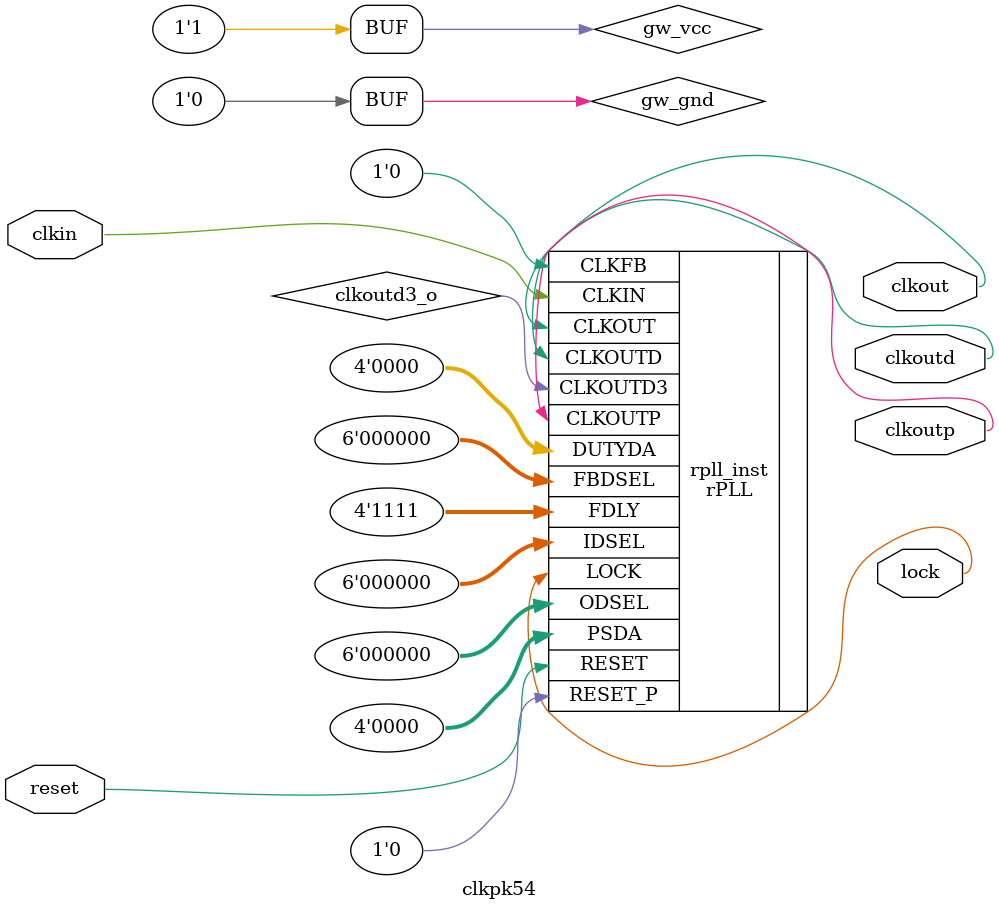
<source format=v>

module clkpk54 (clkout, lock, clkoutp, clkoutd, reset, clkin);

output clkout;
output lock;
output clkoutp;
output clkoutd;
input reset;
input clkin;

wire clkoutd3_o;
wire gw_vcc;
wire gw_gnd;

assign gw_vcc = 1'b1;
assign gw_gnd = 1'b0;

rPLL rpll_inst (
    .CLKOUT(clkout),
    .LOCK(lock),
    .CLKOUTP(clkoutp),
    .CLKOUTD(clkoutd),
    .CLKOUTD3(clkoutd3_o),
    .RESET(reset),
    .RESET_P(gw_gnd),
    .CLKIN(clkin),
    .CLKFB(gw_gnd),
    .FBDSEL({gw_gnd,gw_gnd,gw_gnd,gw_gnd,gw_gnd,gw_gnd}),
    .IDSEL({gw_gnd,gw_gnd,gw_gnd,gw_gnd,gw_gnd,gw_gnd}),
    .ODSEL({gw_gnd,gw_gnd,gw_gnd,gw_gnd,gw_gnd,gw_gnd}),
    .PSDA({gw_gnd,gw_gnd,gw_gnd,gw_gnd}),
    .DUTYDA({gw_gnd,gw_gnd,gw_gnd,gw_gnd}),
    .FDLY({gw_vcc,gw_vcc,gw_vcc,gw_vcc})
);

defparam rpll_inst.FCLKIN = "27";
defparam rpll_inst.DYN_IDIV_SEL = "false";
defparam rpll_inst.IDIV_SEL = 0;
defparam rpll_inst.DYN_FBDIV_SEL = "false";
defparam rpll_inst.FBDIV_SEL = 1;
defparam rpll_inst.DYN_ODIV_SEL = "false";
defparam rpll_inst.ODIV_SEL = 16;
defparam rpll_inst.PSDA_SEL = "1000";
defparam rpll_inst.DYN_DA_EN = "false";
defparam rpll_inst.DUTYDA_SEL = "1000";
defparam rpll_inst.CLKOUT_FT_DIR = 1'b1;
defparam rpll_inst.CLKOUTP_FT_DIR = 1'b1;
defparam rpll_inst.CLKOUT_DLY_STEP = 0;
defparam rpll_inst.CLKOUTP_DLY_STEP = 0;
defparam rpll_inst.CLKFB_SEL = "internal";
defparam rpll_inst.CLKOUT_BYPASS = "false";
defparam rpll_inst.CLKOUTP_BYPASS = "false";
defparam rpll_inst.CLKOUTD_BYPASS = "false";
defparam rpll_inst.DYN_SDIV_SEL = 36;
defparam rpll_inst.CLKOUTD_SRC = "CLKOUT";
defparam rpll_inst.CLKOUTD3_SRC = "CLKOUT";
defparam rpll_inst.DEVICE = "GW2AR-18C";

endmodule //clkpk54

</source>
